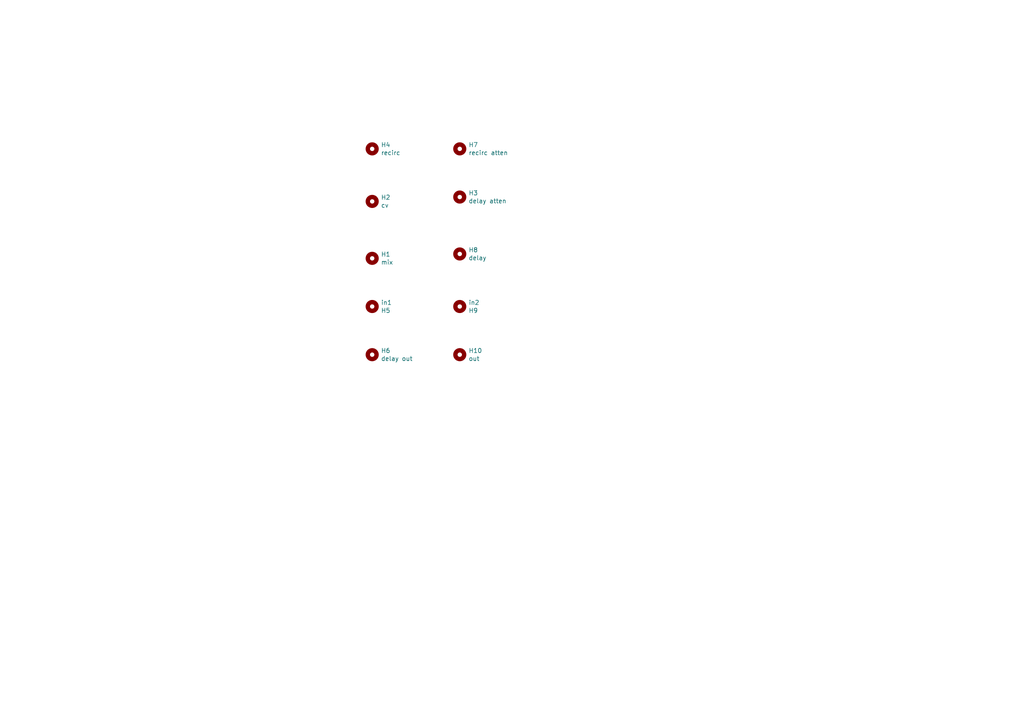
<source format=kicad_sch>
(kicad_sch (version 20230121) (generator eeschema)
  (paper "A4")
  (title_block (title "Echo") (date "2020-03-08") (rev "01") (comment 1 "Echo circuit using the PT2399") (comment 2 "Schema for panel") (comment 4 "License CC BY 4.0 - Attribution 4.0 International"))
  (lib_symbols
    (symbol "Mechanical:MountingHole" (pin_names (offset 1.016))
      (property "Reference" "H" (at 0 5.08 0))
      (property "Value" "MountingHole" (at 0 3.175 0))
      (symbol "MountingHole_0_1"
        (circle (center 0 0) (radius 1.27) (stroke (width 1.27)))
      )
    )
  )
  (symbol (lib_id "Mechanical:MountingHole") (at 107.95 74.93 0) (unit 1)
    (property "Reference" "H1" (at 110.49 73.7616 0) (effects (justify left)))
    (property "Value" "mix" (at 110.49 76.073 0) (effects (justify left)))
    (property "Footprint" "elektrophon:panel_potentiometer" (effects hide))
  )
  (symbol (lib_id "Mechanical:MountingHole") (at 107.95 58.42 0) (unit 1)
    (property "Reference" "H2" (at 110.49 57.2516 0) (effects (justify left)))
    (property "Value" "cv" (at 110.49 59.563 0) (effects (justify left)))
    (property "Footprint" "elektrophon:panel_jack" (effects hide))
  )
  (symbol (lib_id "Mechanical:MountingHole") (at 133.35 57.15 0) (unit 1)
    (property "Reference" "H3" (at 135.89 55.9816 0) (effects (justify left)))
    (property "Value" "delay atten" (at 135.89 58.293 0) (effects (justify left)))
    (property "Footprint" "elektrophon:panel_potentiometer" (effects hide))
  )
  (symbol (lib_id "Mechanical:MountingHole") (at 133.35 43.18 0) (unit 1)
    (property "Reference" "H7" (at 135.89 42.0116 0) (effects (justify left)))
    (property "Value" "recirc atten" (at 135.89 44.323 0) (effects (justify left)))
    (property "Footprint" "elektrophon:panel_potentiometer" (effects hide))
  )
  (symbol (lib_id "Mechanical:MountingHole") (at 133.35 73.66 0) (unit 1)
    (property "Reference" "H8" (at 135.89 72.4916 0) (effects (justify left)))
    (property "Value" "delay" (at 135.89 74.803 0) (effects (justify left)))
    (property "Footprint" "elektrophon:panel_potentiometer" (effects hide))
  )
  (symbol (lib_id "Mechanical:MountingHole") (at 133.35 102.87 0) (unit 1)
    (property "Reference" "H10" (at 135.89 101.7016 0) (effects (justify left)))
    (property "Value" "out" (at 135.89 104.013 0) (effects (justify left)))
    (property "Footprint" "elektrophon:panel_jack" (effects hide))
  )
  (symbol (lib_id "Mechanical:MountingHole") (at 107.95 43.18 0) (unit 1)
    (property "Reference" "H4" (at 110.49 42.0116 0) (effects (justify left)))
    (property "Value" "recirc" (at 110.49 44.323 0) (effects (justify left)))
    (property "Footprint" "elektrophon:panel_jack" (effects hide))
  )
  (symbol (lib_id "Mechanical:MountingHole") (at 107.95 88.9 0) (mirror x) (unit 1)
    (property "Reference" "H5" (at 110.49 90.0684 0) (effects (justify left)))
    (property "Value" "in1" (at 110.49 87.757 0) (effects (justify left)))
    (property "Footprint" "elektrophon:panel_jack" (effects hide))
  )
  (symbol (lib_id "Mechanical:MountingHole") (at 133.35 88.9 0) (mirror x) (unit 1)
    (property "Reference" "H9" (at 135.89 90.0684 0) (effects (justify left)))
    (property "Value" "in2" (at 135.89 87.757 0) (effects (justify left)))
    (property "Footprint" "elektrophon:panel_jack" (effects hide))
  )
  (symbol (lib_id "Mechanical:MountingHole") (at 107.95 102.87 0) (unit 1)
    (property "Reference" "H6" (at 110.49 101.7016 0) (effects (justify left)))
    (property "Value" "delay out" (at 110.49 104.013 0) (effects (justify left)))
    (property "Footprint" "elektrophon:panel_jack" (effects hide))
  )
)
</source>
